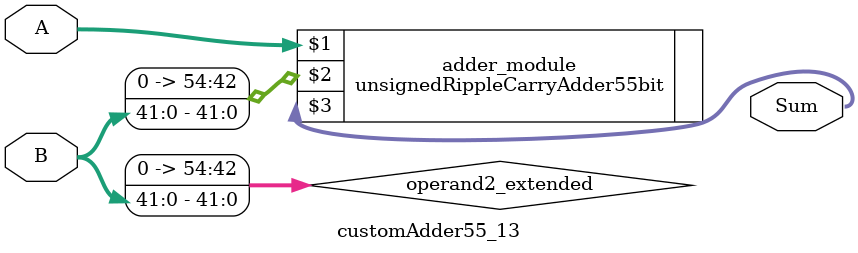
<source format=v>
module customAdder55_13(
                        input [54 : 0] A,
                        input [41 : 0] B,
                        
                        output [55 : 0] Sum
                );

        wire [54 : 0] operand2_extended;
        
        assign operand2_extended =  {13'b0, B};
        
        unsignedRippleCarryAdder55bit adder_module(
            A,
            operand2_extended,
            Sum
        );
        
        endmodule
        
</source>
